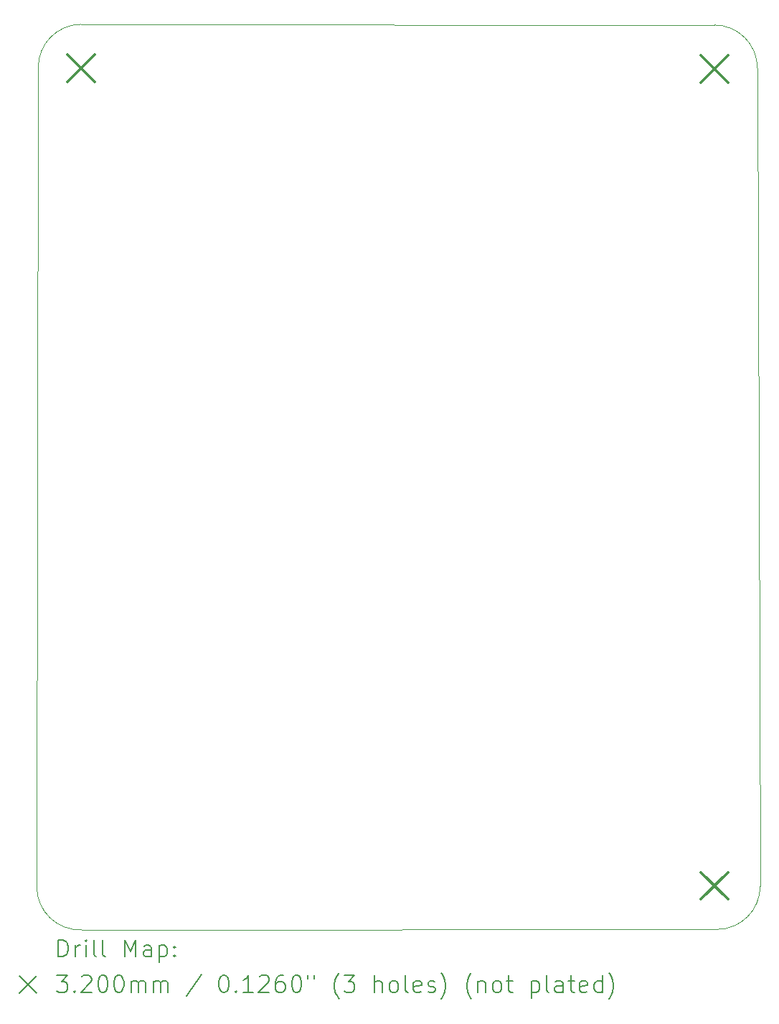
<source format=gbr>
%TF.GenerationSoftware,KiCad,Pcbnew,7.0.8*%
%TF.CreationDate,2024-03-19T23:20:15-04:00*%
%TF.ProjectId,TechDevPCB,54656368-4465-4765-9043-422e6b696361,rev?*%
%TF.SameCoordinates,Original*%
%TF.FileFunction,Drillmap*%
%TF.FilePolarity,Positive*%
%FSLAX45Y45*%
G04 Gerber Fmt 4.5, Leading zero omitted, Abs format (unit mm)*
G04 Created by KiCad (PCBNEW 7.0.8) date 2024-03-19 23:20:15*
%MOMM*%
%LPD*%
G01*
G04 APERTURE LIST*
%ADD10C,0.100000*%
%ADD11C,0.200000*%
%ADD12C,0.320000*%
G04 APERTURE END LIST*
D10*
X10965180Y-3810000D02*
G75*
G03*
X10457180Y-4318000I0J-508000D01*
G01*
X18945860Y-4325620D02*
G75*
G03*
X18437860Y-3817620I-508000J0D01*
G01*
X10440234Y-13979090D02*
G75*
G03*
X10972800Y-14485620I507166J0D01*
G01*
X18470880Y-14480540D02*
G75*
G03*
X18978880Y-13972540I0J508000D01*
G01*
X10457180Y-4318000D02*
X10440233Y-13979090D01*
X18470880Y-14480540D02*
X10972800Y-14485620D01*
X18404840Y-3817620D02*
X18437860Y-3817620D01*
X10965180Y-3810000D02*
X18404840Y-3817620D01*
X18978880Y-13972540D02*
X18945860Y-4325620D01*
D11*
D12*
X10801570Y-4167090D02*
X11121570Y-4487090D01*
X11121570Y-4167090D02*
X10801570Y-4487090D01*
X18277860Y-4178320D02*
X18597860Y-4498320D01*
X18597860Y-4178320D02*
X18277860Y-4498320D01*
X18280400Y-13805990D02*
X18600400Y-14125990D01*
X18600400Y-13805990D02*
X18280400Y-14125990D01*
D11*
X10696010Y-14802740D02*
X10696010Y-14602740D01*
X10696010Y-14602740D02*
X10743629Y-14602740D01*
X10743629Y-14602740D02*
X10772201Y-14612264D01*
X10772201Y-14612264D02*
X10791248Y-14631311D01*
X10791248Y-14631311D02*
X10800772Y-14650359D01*
X10800772Y-14650359D02*
X10810296Y-14688454D01*
X10810296Y-14688454D02*
X10810296Y-14717026D01*
X10810296Y-14717026D02*
X10800772Y-14755121D01*
X10800772Y-14755121D02*
X10791248Y-14774169D01*
X10791248Y-14774169D02*
X10772201Y-14793216D01*
X10772201Y-14793216D02*
X10743629Y-14802740D01*
X10743629Y-14802740D02*
X10696010Y-14802740D01*
X10896010Y-14802740D02*
X10896010Y-14669407D01*
X10896010Y-14707502D02*
X10905534Y-14688454D01*
X10905534Y-14688454D02*
X10915058Y-14678930D01*
X10915058Y-14678930D02*
X10934105Y-14669407D01*
X10934105Y-14669407D02*
X10953153Y-14669407D01*
X11019820Y-14802740D02*
X11019820Y-14669407D01*
X11019820Y-14602740D02*
X11010296Y-14612264D01*
X11010296Y-14612264D02*
X11019820Y-14621788D01*
X11019820Y-14621788D02*
X11029343Y-14612264D01*
X11029343Y-14612264D02*
X11019820Y-14602740D01*
X11019820Y-14602740D02*
X11019820Y-14621788D01*
X11143629Y-14802740D02*
X11124582Y-14793216D01*
X11124582Y-14793216D02*
X11115058Y-14774169D01*
X11115058Y-14774169D02*
X11115058Y-14602740D01*
X11248391Y-14802740D02*
X11229343Y-14793216D01*
X11229343Y-14793216D02*
X11219820Y-14774169D01*
X11219820Y-14774169D02*
X11219820Y-14602740D01*
X11476962Y-14802740D02*
X11476962Y-14602740D01*
X11476962Y-14602740D02*
X11543629Y-14745597D01*
X11543629Y-14745597D02*
X11610296Y-14602740D01*
X11610296Y-14602740D02*
X11610296Y-14802740D01*
X11791248Y-14802740D02*
X11791248Y-14697978D01*
X11791248Y-14697978D02*
X11781724Y-14678930D01*
X11781724Y-14678930D02*
X11762677Y-14669407D01*
X11762677Y-14669407D02*
X11724581Y-14669407D01*
X11724581Y-14669407D02*
X11705534Y-14678930D01*
X11791248Y-14793216D02*
X11772201Y-14802740D01*
X11772201Y-14802740D02*
X11724581Y-14802740D01*
X11724581Y-14802740D02*
X11705534Y-14793216D01*
X11705534Y-14793216D02*
X11696010Y-14774169D01*
X11696010Y-14774169D02*
X11696010Y-14755121D01*
X11696010Y-14755121D02*
X11705534Y-14736073D01*
X11705534Y-14736073D02*
X11724581Y-14726550D01*
X11724581Y-14726550D02*
X11772201Y-14726550D01*
X11772201Y-14726550D02*
X11791248Y-14717026D01*
X11886486Y-14669407D02*
X11886486Y-14869407D01*
X11886486Y-14678930D02*
X11905534Y-14669407D01*
X11905534Y-14669407D02*
X11943629Y-14669407D01*
X11943629Y-14669407D02*
X11962677Y-14678930D01*
X11962677Y-14678930D02*
X11972201Y-14688454D01*
X11972201Y-14688454D02*
X11981724Y-14707502D01*
X11981724Y-14707502D02*
X11981724Y-14764645D01*
X11981724Y-14764645D02*
X11972201Y-14783692D01*
X11972201Y-14783692D02*
X11962677Y-14793216D01*
X11962677Y-14793216D02*
X11943629Y-14802740D01*
X11943629Y-14802740D02*
X11905534Y-14802740D01*
X11905534Y-14802740D02*
X11886486Y-14793216D01*
X12067439Y-14783692D02*
X12076962Y-14793216D01*
X12076962Y-14793216D02*
X12067439Y-14802740D01*
X12067439Y-14802740D02*
X12057915Y-14793216D01*
X12057915Y-14793216D02*
X12067439Y-14783692D01*
X12067439Y-14783692D02*
X12067439Y-14802740D01*
X12067439Y-14678930D02*
X12076962Y-14688454D01*
X12076962Y-14688454D02*
X12067439Y-14697978D01*
X12067439Y-14697978D02*
X12057915Y-14688454D01*
X12057915Y-14688454D02*
X12067439Y-14678930D01*
X12067439Y-14678930D02*
X12067439Y-14697978D01*
X10235233Y-15031256D02*
X10435233Y-15231256D01*
X10435233Y-15031256D02*
X10235233Y-15231256D01*
X10676963Y-15022740D02*
X10800772Y-15022740D01*
X10800772Y-15022740D02*
X10734105Y-15098930D01*
X10734105Y-15098930D02*
X10762677Y-15098930D01*
X10762677Y-15098930D02*
X10781724Y-15108454D01*
X10781724Y-15108454D02*
X10791248Y-15117978D01*
X10791248Y-15117978D02*
X10800772Y-15137026D01*
X10800772Y-15137026D02*
X10800772Y-15184645D01*
X10800772Y-15184645D02*
X10791248Y-15203692D01*
X10791248Y-15203692D02*
X10781724Y-15213216D01*
X10781724Y-15213216D02*
X10762677Y-15222740D01*
X10762677Y-15222740D02*
X10705534Y-15222740D01*
X10705534Y-15222740D02*
X10686486Y-15213216D01*
X10686486Y-15213216D02*
X10676963Y-15203692D01*
X10886486Y-15203692D02*
X10896010Y-15213216D01*
X10896010Y-15213216D02*
X10886486Y-15222740D01*
X10886486Y-15222740D02*
X10876963Y-15213216D01*
X10876963Y-15213216D02*
X10886486Y-15203692D01*
X10886486Y-15203692D02*
X10886486Y-15222740D01*
X10972201Y-15041788D02*
X10981724Y-15032264D01*
X10981724Y-15032264D02*
X11000772Y-15022740D01*
X11000772Y-15022740D02*
X11048391Y-15022740D01*
X11048391Y-15022740D02*
X11067439Y-15032264D01*
X11067439Y-15032264D02*
X11076963Y-15041788D01*
X11076963Y-15041788D02*
X11086486Y-15060835D01*
X11086486Y-15060835D02*
X11086486Y-15079883D01*
X11086486Y-15079883D02*
X11076963Y-15108454D01*
X11076963Y-15108454D02*
X10962677Y-15222740D01*
X10962677Y-15222740D02*
X11086486Y-15222740D01*
X11210296Y-15022740D02*
X11229343Y-15022740D01*
X11229343Y-15022740D02*
X11248391Y-15032264D01*
X11248391Y-15032264D02*
X11257915Y-15041788D01*
X11257915Y-15041788D02*
X11267439Y-15060835D01*
X11267439Y-15060835D02*
X11276962Y-15098930D01*
X11276962Y-15098930D02*
X11276962Y-15146550D01*
X11276962Y-15146550D02*
X11267439Y-15184645D01*
X11267439Y-15184645D02*
X11257915Y-15203692D01*
X11257915Y-15203692D02*
X11248391Y-15213216D01*
X11248391Y-15213216D02*
X11229343Y-15222740D01*
X11229343Y-15222740D02*
X11210296Y-15222740D01*
X11210296Y-15222740D02*
X11191248Y-15213216D01*
X11191248Y-15213216D02*
X11181724Y-15203692D01*
X11181724Y-15203692D02*
X11172201Y-15184645D01*
X11172201Y-15184645D02*
X11162677Y-15146550D01*
X11162677Y-15146550D02*
X11162677Y-15098930D01*
X11162677Y-15098930D02*
X11172201Y-15060835D01*
X11172201Y-15060835D02*
X11181724Y-15041788D01*
X11181724Y-15041788D02*
X11191248Y-15032264D01*
X11191248Y-15032264D02*
X11210296Y-15022740D01*
X11400772Y-15022740D02*
X11419820Y-15022740D01*
X11419820Y-15022740D02*
X11438867Y-15032264D01*
X11438867Y-15032264D02*
X11448391Y-15041788D01*
X11448391Y-15041788D02*
X11457915Y-15060835D01*
X11457915Y-15060835D02*
X11467439Y-15098930D01*
X11467439Y-15098930D02*
X11467439Y-15146550D01*
X11467439Y-15146550D02*
X11457915Y-15184645D01*
X11457915Y-15184645D02*
X11448391Y-15203692D01*
X11448391Y-15203692D02*
X11438867Y-15213216D01*
X11438867Y-15213216D02*
X11419820Y-15222740D01*
X11419820Y-15222740D02*
X11400772Y-15222740D01*
X11400772Y-15222740D02*
X11381724Y-15213216D01*
X11381724Y-15213216D02*
X11372201Y-15203692D01*
X11372201Y-15203692D02*
X11362677Y-15184645D01*
X11362677Y-15184645D02*
X11353153Y-15146550D01*
X11353153Y-15146550D02*
X11353153Y-15098930D01*
X11353153Y-15098930D02*
X11362677Y-15060835D01*
X11362677Y-15060835D02*
X11372201Y-15041788D01*
X11372201Y-15041788D02*
X11381724Y-15032264D01*
X11381724Y-15032264D02*
X11400772Y-15022740D01*
X11553153Y-15222740D02*
X11553153Y-15089407D01*
X11553153Y-15108454D02*
X11562677Y-15098930D01*
X11562677Y-15098930D02*
X11581724Y-15089407D01*
X11581724Y-15089407D02*
X11610296Y-15089407D01*
X11610296Y-15089407D02*
X11629343Y-15098930D01*
X11629343Y-15098930D02*
X11638867Y-15117978D01*
X11638867Y-15117978D02*
X11638867Y-15222740D01*
X11638867Y-15117978D02*
X11648391Y-15098930D01*
X11648391Y-15098930D02*
X11667439Y-15089407D01*
X11667439Y-15089407D02*
X11696010Y-15089407D01*
X11696010Y-15089407D02*
X11715058Y-15098930D01*
X11715058Y-15098930D02*
X11724582Y-15117978D01*
X11724582Y-15117978D02*
X11724582Y-15222740D01*
X11819820Y-15222740D02*
X11819820Y-15089407D01*
X11819820Y-15108454D02*
X11829343Y-15098930D01*
X11829343Y-15098930D02*
X11848391Y-15089407D01*
X11848391Y-15089407D02*
X11876963Y-15089407D01*
X11876963Y-15089407D02*
X11896010Y-15098930D01*
X11896010Y-15098930D02*
X11905534Y-15117978D01*
X11905534Y-15117978D02*
X11905534Y-15222740D01*
X11905534Y-15117978D02*
X11915058Y-15098930D01*
X11915058Y-15098930D02*
X11934105Y-15089407D01*
X11934105Y-15089407D02*
X11962677Y-15089407D01*
X11962677Y-15089407D02*
X11981724Y-15098930D01*
X11981724Y-15098930D02*
X11991248Y-15117978D01*
X11991248Y-15117978D02*
X11991248Y-15222740D01*
X12381724Y-15013216D02*
X12210296Y-15270359D01*
X12638867Y-15022740D02*
X12657915Y-15022740D01*
X12657915Y-15022740D02*
X12676963Y-15032264D01*
X12676963Y-15032264D02*
X12686486Y-15041788D01*
X12686486Y-15041788D02*
X12696010Y-15060835D01*
X12696010Y-15060835D02*
X12705534Y-15098930D01*
X12705534Y-15098930D02*
X12705534Y-15146550D01*
X12705534Y-15146550D02*
X12696010Y-15184645D01*
X12696010Y-15184645D02*
X12686486Y-15203692D01*
X12686486Y-15203692D02*
X12676963Y-15213216D01*
X12676963Y-15213216D02*
X12657915Y-15222740D01*
X12657915Y-15222740D02*
X12638867Y-15222740D01*
X12638867Y-15222740D02*
X12619820Y-15213216D01*
X12619820Y-15213216D02*
X12610296Y-15203692D01*
X12610296Y-15203692D02*
X12600772Y-15184645D01*
X12600772Y-15184645D02*
X12591248Y-15146550D01*
X12591248Y-15146550D02*
X12591248Y-15098930D01*
X12591248Y-15098930D02*
X12600772Y-15060835D01*
X12600772Y-15060835D02*
X12610296Y-15041788D01*
X12610296Y-15041788D02*
X12619820Y-15032264D01*
X12619820Y-15032264D02*
X12638867Y-15022740D01*
X12791248Y-15203692D02*
X12800772Y-15213216D01*
X12800772Y-15213216D02*
X12791248Y-15222740D01*
X12791248Y-15222740D02*
X12781725Y-15213216D01*
X12781725Y-15213216D02*
X12791248Y-15203692D01*
X12791248Y-15203692D02*
X12791248Y-15222740D01*
X12991248Y-15222740D02*
X12876963Y-15222740D01*
X12934105Y-15222740D02*
X12934105Y-15022740D01*
X12934105Y-15022740D02*
X12915058Y-15051311D01*
X12915058Y-15051311D02*
X12896010Y-15070359D01*
X12896010Y-15070359D02*
X12876963Y-15079883D01*
X13067439Y-15041788D02*
X13076963Y-15032264D01*
X13076963Y-15032264D02*
X13096010Y-15022740D01*
X13096010Y-15022740D02*
X13143629Y-15022740D01*
X13143629Y-15022740D02*
X13162677Y-15032264D01*
X13162677Y-15032264D02*
X13172201Y-15041788D01*
X13172201Y-15041788D02*
X13181725Y-15060835D01*
X13181725Y-15060835D02*
X13181725Y-15079883D01*
X13181725Y-15079883D02*
X13172201Y-15108454D01*
X13172201Y-15108454D02*
X13057915Y-15222740D01*
X13057915Y-15222740D02*
X13181725Y-15222740D01*
X13353153Y-15022740D02*
X13315058Y-15022740D01*
X13315058Y-15022740D02*
X13296010Y-15032264D01*
X13296010Y-15032264D02*
X13286486Y-15041788D01*
X13286486Y-15041788D02*
X13267439Y-15070359D01*
X13267439Y-15070359D02*
X13257915Y-15108454D01*
X13257915Y-15108454D02*
X13257915Y-15184645D01*
X13257915Y-15184645D02*
X13267439Y-15203692D01*
X13267439Y-15203692D02*
X13276963Y-15213216D01*
X13276963Y-15213216D02*
X13296010Y-15222740D01*
X13296010Y-15222740D02*
X13334106Y-15222740D01*
X13334106Y-15222740D02*
X13353153Y-15213216D01*
X13353153Y-15213216D02*
X13362677Y-15203692D01*
X13362677Y-15203692D02*
X13372201Y-15184645D01*
X13372201Y-15184645D02*
X13372201Y-15137026D01*
X13372201Y-15137026D02*
X13362677Y-15117978D01*
X13362677Y-15117978D02*
X13353153Y-15108454D01*
X13353153Y-15108454D02*
X13334106Y-15098930D01*
X13334106Y-15098930D02*
X13296010Y-15098930D01*
X13296010Y-15098930D02*
X13276963Y-15108454D01*
X13276963Y-15108454D02*
X13267439Y-15117978D01*
X13267439Y-15117978D02*
X13257915Y-15137026D01*
X13496010Y-15022740D02*
X13515058Y-15022740D01*
X13515058Y-15022740D02*
X13534106Y-15032264D01*
X13534106Y-15032264D02*
X13543629Y-15041788D01*
X13543629Y-15041788D02*
X13553153Y-15060835D01*
X13553153Y-15060835D02*
X13562677Y-15098930D01*
X13562677Y-15098930D02*
X13562677Y-15146550D01*
X13562677Y-15146550D02*
X13553153Y-15184645D01*
X13553153Y-15184645D02*
X13543629Y-15203692D01*
X13543629Y-15203692D02*
X13534106Y-15213216D01*
X13534106Y-15213216D02*
X13515058Y-15222740D01*
X13515058Y-15222740D02*
X13496010Y-15222740D01*
X13496010Y-15222740D02*
X13476963Y-15213216D01*
X13476963Y-15213216D02*
X13467439Y-15203692D01*
X13467439Y-15203692D02*
X13457915Y-15184645D01*
X13457915Y-15184645D02*
X13448391Y-15146550D01*
X13448391Y-15146550D02*
X13448391Y-15098930D01*
X13448391Y-15098930D02*
X13457915Y-15060835D01*
X13457915Y-15060835D02*
X13467439Y-15041788D01*
X13467439Y-15041788D02*
X13476963Y-15032264D01*
X13476963Y-15032264D02*
X13496010Y-15022740D01*
X13638867Y-15022740D02*
X13638867Y-15060835D01*
X13715058Y-15022740D02*
X13715058Y-15060835D01*
X14010296Y-15298930D02*
X14000772Y-15289407D01*
X14000772Y-15289407D02*
X13981725Y-15260835D01*
X13981725Y-15260835D02*
X13972201Y-15241788D01*
X13972201Y-15241788D02*
X13962677Y-15213216D01*
X13962677Y-15213216D02*
X13953153Y-15165597D01*
X13953153Y-15165597D02*
X13953153Y-15127502D01*
X13953153Y-15127502D02*
X13962677Y-15079883D01*
X13962677Y-15079883D02*
X13972201Y-15051311D01*
X13972201Y-15051311D02*
X13981725Y-15032264D01*
X13981725Y-15032264D02*
X14000772Y-15003692D01*
X14000772Y-15003692D02*
X14010296Y-14994169D01*
X14067439Y-15022740D02*
X14191248Y-15022740D01*
X14191248Y-15022740D02*
X14124582Y-15098930D01*
X14124582Y-15098930D02*
X14153153Y-15098930D01*
X14153153Y-15098930D02*
X14172201Y-15108454D01*
X14172201Y-15108454D02*
X14181725Y-15117978D01*
X14181725Y-15117978D02*
X14191248Y-15137026D01*
X14191248Y-15137026D02*
X14191248Y-15184645D01*
X14191248Y-15184645D02*
X14181725Y-15203692D01*
X14181725Y-15203692D02*
X14172201Y-15213216D01*
X14172201Y-15213216D02*
X14153153Y-15222740D01*
X14153153Y-15222740D02*
X14096010Y-15222740D01*
X14096010Y-15222740D02*
X14076963Y-15213216D01*
X14076963Y-15213216D02*
X14067439Y-15203692D01*
X14429344Y-15222740D02*
X14429344Y-15022740D01*
X14515058Y-15222740D02*
X14515058Y-15117978D01*
X14515058Y-15117978D02*
X14505534Y-15098930D01*
X14505534Y-15098930D02*
X14486487Y-15089407D01*
X14486487Y-15089407D02*
X14457915Y-15089407D01*
X14457915Y-15089407D02*
X14438868Y-15098930D01*
X14438868Y-15098930D02*
X14429344Y-15108454D01*
X14638868Y-15222740D02*
X14619820Y-15213216D01*
X14619820Y-15213216D02*
X14610296Y-15203692D01*
X14610296Y-15203692D02*
X14600772Y-15184645D01*
X14600772Y-15184645D02*
X14600772Y-15127502D01*
X14600772Y-15127502D02*
X14610296Y-15108454D01*
X14610296Y-15108454D02*
X14619820Y-15098930D01*
X14619820Y-15098930D02*
X14638868Y-15089407D01*
X14638868Y-15089407D02*
X14667439Y-15089407D01*
X14667439Y-15089407D02*
X14686487Y-15098930D01*
X14686487Y-15098930D02*
X14696010Y-15108454D01*
X14696010Y-15108454D02*
X14705534Y-15127502D01*
X14705534Y-15127502D02*
X14705534Y-15184645D01*
X14705534Y-15184645D02*
X14696010Y-15203692D01*
X14696010Y-15203692D02*
X14686487Y-15213216D01*
X14686487Y-15213216D02*
X14667439Y-15222740D01*
X14667439Y-15222740D02*
X14638868Y-15222740D01*
X14819820Y-15222740D02*
X14800772Y-15213216D01*
X14800772Y-15213216D02*
X14791249Y-15194169D01*
X14791249Y-15194169D02*
X14791249Y-15022740D01*
X14972201Y-15213216D02*
X14953153Y-15222740D01*
X14953153Y-15222740D02*
X14915058Y-15222740D01*
X14915058Y-15222740D02*
X14896010Y-15213216D01*
X14896010Y-15213216D02*
X14886487Y-15194169D01*
X14886487Y-15194169D02*
X14886487Y-15117978D01*
X14886487Y-15117978D02*
X14896010Y-15098930D01*
X14896010Y-15098930D02*
X14915058Y-15089407D01*
X14915058Y-15089407D02*
X14953153Y-15089407D01*
X14953153Y-15089407D02*
X14972201Y-15098930D01*
X14972201Y-15098930D02*
X14981725Y-15117978D01*
X14981725Y-15117978D02*
X14981725Y-15137026D01*
X14981725Y-15137026D02*
X14886487Y-15156073D01*
X15057915Y-15213216D02*
X15076963Y-15222740D01*
X15076963Y-15222740D02*
X15115058Y-15222740D01*
X15115058Y-15222740D02*
X15134106Y-15213216D01*
X15134106Y-15213216D02*
X15143630Y-15194169D01*
X15143630Y-15194169D02*
X15143630Y-15184645D01*
X15143630Y-15184645D02*
X15134106Y-15165597D01*
X15134106Y-15165597D02*
X15115058Y-15156073D01*
X15115058Y-15156073D02*
X15086487Y-15156073D01*
X15086487Y-15156073D02*
X15067439Y-15146550D01*
X15067439Y-15146550D02*
X15057915Y-15127502D01*
X15057915Y-15127502D02*
X15057915Y-15117978D01*
X15057915Y-15117978D02*
X15067439Y-15098930D01*
X15067439Y-15098930D02*
X15086487Y-15089407D01*
X15086487Y-15089407D02*
X15115058Y-15089407D01*
X15115058Y-15089407D02*
X15134106Y-15098930D01*
X15210296Y-15298930D02*
X15219820Y-15289407D01*
X15219820Y-15289407D02*
X15238868Y-15260835D01*
X15238868Y-15260835D02*
X15248391Y-15241788D01*
X15248391Y-15241788D02*
X15257915Y-15213216D01*
X15257915Y-15213216D02*
X15267439Y-15165597D01*
X15267439Y-15165597D02*
X15267439Y-15127502D01*
X15267439Y-15127502D02*
X15257915Y-15079883D01*
X15257915Y-15079883D02*
X15248391Y-15051311D01*
X15248391Y-15051311D02*
X15238868Y-15032264D01*
X15238868Y-15032264D02*
X15219820Y-15003692D01*
X15219820Y-15003692D02*
X15210296Y-14994169D01*
X15572201Y-15298930D02*
X15562677Y-15289407D01*
X15562677Y-15289407D02*
X15543630Y-15260835D01*
X15543630Y-15260835D02*
X15534106Y-15241788D01*
X15534106Y-15241788D02*
X15524582Y-15213216D01*
X15524582Y-15213216D02*
X15515058Y-15165597D01*
X15515058Y-15165597D02*
X15515058Y-15127502D01*
X15515058Y-15127502D02*
X15524582Y-15079883D01*
X15524582Y-15079883D02*
X15534106Y-15051311D01*
X15534106Y-15051311D02*
X15543630Y-15032264D01*
X15543630Y-15032264D02*
X15562677Y-15003692D01*
X15562677Y-15003692D02*
X15572201Y-14994169D01*
X15648391Y-15089407D02*
X15648391Y-15222740D01*
X15648391Y-15108454D02*
X15657915Y-15098930D01*
X15657915Y-15098930D02*
X15676963Y-15089407D01*
X15676963Y-15089407D02*
X15705534Y-15089407D01*
X15705534Y-15089407D02*
X15724582Y-15098930D01*
X15724582Y-15098930D02*
X15734106Y-15117978D01*
X15734106Y-15117978D02*
X15734106Y-15222740D01*
X15857915Y-15222740D02*
X15838868Y-15213216D01*
X15838868Y-15213216D02*
X15829344Y-15203692D01*
X15829344Y-15203692D02*
X15819820Y-15184645D01*
X15819820Y-15184645D02*
X15819820Y-15127502D01*
X15819820Y-15127502D02*
X15829344Y-15108454D01*
X15829344Y-15108454D02*
X15838868Y-15098930D01*
X15838868Y-15098930D02*
X15857915Y-15089407D01*
X15857915Y-15089407D02*
X15886487Y-15089407D01*
X15886487Y-15089407D02*
X15905534Y-15098930D01*
X15905534Y-15098930D02*
X15915058Y-15108454D01*
X15915058Y-15108454D02*
X15924582Y-15127502D01*
X15924582Y-15127502D02*
X15924582Y-15184645D01*
X15924582Y-15184645D02*
X15915058Y-15203692D01*
X15915058Y-15203692D02*
X15905534Y-15213216D01*
X15905534Y-15213216D02*
X15886487Y-15222740D01*
X15886487Y-15222740D02*
X15857915Y-15222740D01*
X15981725Y-15089407D02*
X16057915Y-15089407D01*
X16010296Y-15022740D02*
X16010296Y-15194169D01*
X16010296Y-15194169D02*
X16019820Y-15213216D01*
X16019820Y-15213216D02*
X16038868Y-15222740D01*
X16038868Y-15222740D02*
X16057915Y-15222740D01*
X16276963Y-15089407D02*
X16276963Y-15289407D01*
X16276963Y-15098930D02*
X16296011Y-15089407D01*
X16296011Y-15089407D02*
X16334106Y-15089407D01*
X16334106Y-15089407D02*
X16353153Y-15098930D01*
X16353153Y-15098930D02*
X16362677Y-15108454D01*
X16362677Y-15108454D02*
X16372201Y-15127502D01*
X16372201Y-15127502D02*
X16372201Y-15184645D01*
X16372201Y-15184645D02*
X16362677Y-15203692D01*
X16362677Y-15203692D02*
X16353153Y-15213216D01*
X16353153Y-15213216D02*
X16334106Y-15222740D01*
X16334106Y-15222740D02*
X16296011Y-15222740D01*
X16296011Y-15222740D02*
X16276963Y-15213216D01*
X16486487Y-15222740D02*
X16467439Y-15213216D01*
X16467439Y-15213216D02*
X16457915Y-15194169D01*
X16457915Y-15194169D02*
X16457915Y-15022740D01*
X16648392Y-15222740D02*
X16648392Y-15117978D01*
X16648392Y-15117978D02*
X16638868Y-15098930D01*
X16638868Y-15098930D02*
X16619820Y-15089407D01*
X16619820Y-15089407D02*
X16581725Y-15089407D01*
X16581725Y-15089407D02*
X16562677Y-15098930D01*
X16648392Y-15213216D02*
X16629344Y-15222740D01*
X16629344Y-15222740D02*
X16581725Y-15222740D01*
X16581725Y-15222740D02*
X16562677Y-15213216D01*
X16562677Y-15213216D02*
X16553153Y-15194169D01*
X16553153Y-15194169D02*
X16553153Y-15175121D01*
X16553153Y-15175121D02*
X16562677Y-15156073D01*
X16562677Y-15156073D02*
X16581725Y-15146550D01*
X16581725Y-15146550D02*
X16629344Y-15146550D01*
X16629344Y-15146550D02*
X16648392Y-15137026D01*
X16715058Y-15089407D02*
X16791249Y-15089407D01*
X16743630Y-15022740D02*
X16743630Y-15194169D01*
X16743630Y-15194169D02*
X16753153Y-15213216D01*
X16753153Y-15213216D02*
X16772201Y-15222740D01*
X16772201Y-15222740D02*
X16791249Y-15222740D01*
X16934106Y-15213216D02*
X16915058Y-15222740D01*
X16915058Y-15222740D02*
X16876963Y-15222740D01*
X16876963Y-15222740D02*
X16857915Y-15213216D01*
X16857915Y-15213216D02*
X16848392Y-15194169D01*
X16848392Y-15194169D02*
X16848392Y-15117978D01*
X16848392Y-15117978D02*
X16857915Y-15098930D01*
X16857915Y-15098930D02*
X16876963Y-15089407D01*
X16876963Y-15089407D02*
X16915058Y-15089407D01*
X16915058Y-15089407D02*
X16934106Y-15098930D01*
X16934106Y-15098930D02*
X16943630Y-15117978D01*
X16943630Y-15117978D02*
X16943630Y-15137026D01*
X16943630Y-15137026D02*
X16848392Y-15156073D01*
X17115058Y-15222740D02*
X17115058Y-15022740D01*
X17115058Y-15213216D02*
X17096011Y-15222740D01*
X17096011Y-15222740D02*
X17057915Y-15222740D01*
X17057915Y-15222740D02*
X17038868Y-15213216D01*
X17038868Y-15213216D02*
X17029344Y-15203692D01*
X17029344Y-15203692D02*
X17019820Y-15184645D01*
X17019820Y-15184645D02*
X17019820Y-15127502D01*
X17019820Y-15127502D02*
X17029344Y-15108454D01*
X17029344Y-15108454D02*
X17038868Y-15098930D01*
X17038868Y-15098930D02*
X17057915Y-15089407D01*
X17057915Y-15089407D02*
X17096011Y-15089407D01*
X17096011Y-15089407D02*
X17115058Y-15098930D01*
X17191249Y-15298930D02*
X17200773Y-15289407D01*
X17200773Y-15289407D02*
X17219820Y-15260835D01*
X17219820Y-15260835D02*
X17229344Y-15241788D01*
X17229344Y-15241788D02*
X17238868Y-15213216D01*
X17238868Y-15213216D02*
X17248392Y-15165597D01*
X17248392Y-15165597D02*
X17248392Y-15127502D01*
X17248392Y-15127502D02*
X17238868Y-15079883D01*
X17238868Y-15079883D02*
X17229344Y-15051311D01*
X17229344Y-15051311D02*
X17219820Y-15032264D01*
X17219820Y-15032264D02*
X17200773Y-15003692D01*
X17200773Y-15003692D02*
X17191249Y-14994169D01*
M02*

</source>
